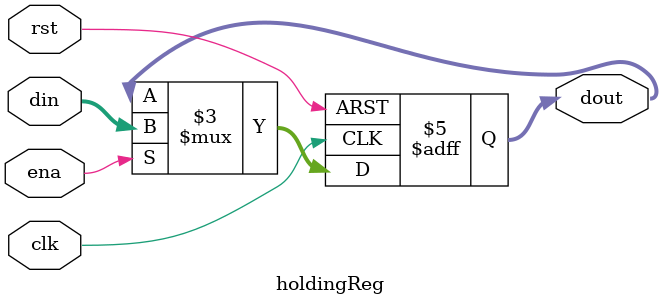
<source format=v>
module holdingReg (clk, rst, ena, din, dout);

	parameter WIDTH = 16;

	input [WIDTH-1:0] din; 
	input clk, rst, ena;
	output reg [WIDTH-1:0] dout =0;
	
	
	always @(posedge rst or posedge clk)
	begin
		if(rst) dout <= 0;
		else if(ena)  dout <= din;
	end

endmodule

</source>
